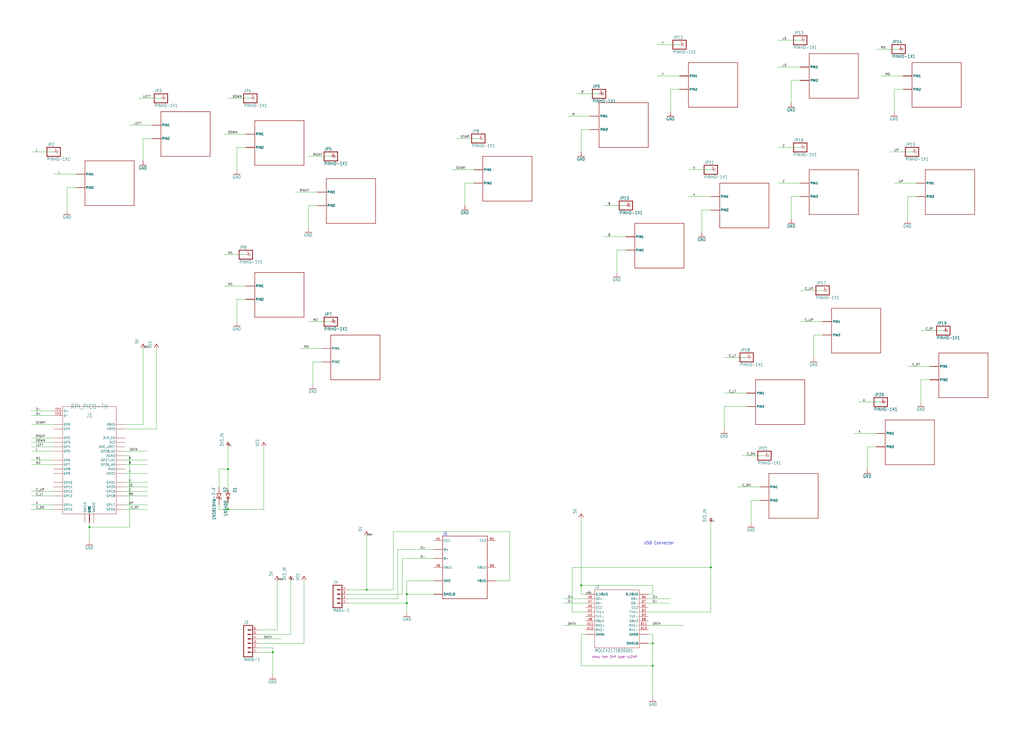
<source format=kicad_sch>
(kicad_sch (version 20211123) (generator eeschema)
  (paper "User" 581.787 422.885)
  (lib_symbols
    (symbol "OF1 v1-eagle-import:+5V" (power)
      (property "Value" "+5V" (at -2.54 -5.08 90))
      (symbol "+5V_1_0"
        (polyline (pts (xy 0 0) (xy -1.27 -1.905)) (stroke (width 0.254)))
        (polyline (pts (xy 1.27 -1.905) (xy 0 0)) (stroke (width 0.254)))
        (pin power_in line (at 0 -2.54 90) (length 2.54) (name "+5V") (number "1"))
      )
    )
    (symbol "OF1 v1-eagle-import:1N5400"
      (property "Reference" "D" (at 2.54 0.4826 0))
      (property "Value" "1N5400" (at 2.54 -2.3114 0))
      (symbol "1N5400_1_0"
        (polyline (pts (xy -1.27 -1.27) (xy 1.27 0)) (stroke (width 0.254)))
        (polyline (pts (xy -1.27 0) (xy -2.54 0)) (stroke (width 0.254)))
        (polyline (pts (xy -1.27 0) (xy -1.27 -1.27)) (stroke (width 0.254)))
        (polyline (pts (xy -1.27 1.27) (xy -1.27 0)) (stroke (width 0.254)))
        (polyline (pts (xy 1.27 0) (xy -1.27 1.27)) (stroke (width 0.254)))
        (polyline (pts (xy 1.27 0) (xy 1.27 -1.27)) (stroke (width 0.254)))
        (polyline (pts (xy 1.27 1.27) (xy 1.27 0)) (stroke (width 0.254)))
        (polyline (pts (xy 2.54 0) (xy 1.27 0)) (stroke (width 0.254)))
        (text "SpiceOrder 1" (at -2.54 0 0) (effects (font (size 0.4064 0.3454))))
        (text "SpiceOrder 2" (at 2.54 0 0) (effects (font (size 0.4064 0.3454))))
        (pin passive line (at -2.54 0 0) (length 0) (name "A") (number "A"))
        (pin passive line (at 2.54 0 180) (length 0) (name "C") (number "C"))
      )
    )
    (symbol "OF1 v1-eagle-import:1N5819HW-7-F"
      (property "Reference" "D" (at -5.08 2.54 0))
      (property "Value" "1N5819HW-7-F" (at -5.08 -3.81 0))
      (symbol "1N5819HW-7-F_1_0"
        (polyline (pts (xy -2.54 0) (xy -1.27 0)) (stroke (width 0.254)))
        (polyline (pts (xy -1.27 -1.27) (xy 1.27 0)) (stroke (width 0.254)))
        (polyline (pts (xy -1.27 0) (xy -1.27 -1.27)) (stroke (width 0.254)))
        (polyline (pts (xy -1.27 1.27) (xy -1.27 0)) (stroke (width 0.254)))
        (polyline (pts (xy 0.635 -1.016) (xy 0.635 -1.27)) (stroke (width 0.254)))
        (polyline (pts (xy 1.27 -1.27) (xy 0.635 -1.27)) (stroke (width 0.254)))
        (polyline (pts (xy 1.27 0) (xy -1.27 1.27)) (stroke (width 0.254)))
        (polyline (pts (xy 1.27 0) (xy 1.27 -1.27)) (stroke (width 0.254)))
        (polyline (pts (xy 1.27 1.27) (xy 1.27 0)) (stroke (width 0.254)))
        (polyline (pts (xy 1.905 1.27) (xy 1.27 1.27)) (stroke (width 0.254)))
        (polyline (pts (xy 1.905 1.27) (xy 1.905 1.016)) (stroke (width 0.254)))
        (polyline (pts (xy 2.54 0) (xy 1.27 0)) (stroke (width 0.254)))
        (pin passive line (at -5.08 0 0) (length 2.54) (name "A") (number "A"))
        (pin passive line (at 5.08 0 180) (length 2.54) (name "K") (number "C"))
      )
    )
    (symbol "OF1 v1-eagle-import:GND" (power)
      (property "Value" "GND" (at -2.54 -2.54 0))
      (symbol "GND_1_0"
        (polyline (pts (xy -1.905 0) (xy 1.905 0)) (stroke (width 0.254)))
        (pin power_in line (at 0 2.54 270) (length 2.54) (name "GND") (number "1"))
      )
    )
    (symbol "OF1 v1-eagle-import:GT-USB-7010ASV"
      (symbol "GT-USB-7010ASV_1_0"
        (polyline (pts (xy -5.08 -22.86) (xy -5.08 12.7)) (stroke (width 0.254)))
        (polyline (pts (xy -5.08 12.7) (xy 20.32 12.7)) (stroke (width 0.254)))
        (polyline (pts (xy 20.32 -22.86) (xy -5.08 -22.86)) (stroke (width 0.254)))
        (polyline (pts (xy 20.32 12.7) (xy 20.32 -22.86)) (stroke (width 0.254)))
        (pin bidirectional line (at -10.16 -12.7 0) (length 5.08) (name "GND") (number "A1/B12"))
        (pin bidirectional line (at 25.4 -12.7 180) (length 5.08) (name "VBUS") (number "A4/B9"))
        (pin bidirectional line (at -10.16 10.16 0) (length 5.08) (name "CC1") (number "A5"))
        (pin bidirectional line (at -10.16 5.08 0) (length 5.08) (name "D+") (number "A6"))
        (pin bidirectional line (at -10.16 0 0) (length 5.08) (name "D-") (number "A7"))
        (pin bidirectional line (at -10.16 -5.08 0) (length 5.08) (name "SBU1") (number "A8"))
        (pin bidirectional line (at -10.16 -12.7 0) (length 5.08) (name "GND") (number "B1/A12"))
        (pin bidirectional line (at 25.4 -12.7 180) (length 5.08) (name "VBUS") (number "B4/A9"))
        (pin bidirectional line (at 25.4 10.16 180) (length 5.08) (name "CC2") (number "B5"))
        (pin bidirectional line (at -10.16 5.08 0) (length 5.08) (name "D+") (number "B6"))
        (pin bidirectional line (at -10.16 0 0) (length 5.08) (name "D-") (number "B7"))
        (pin bidirectional line (at 25.4 -5.08 180) (length 5.08) (name "SBU2") (number "B8"))
        (pin bidirectional line (at -10.16 -20.32 0) (length 5.08) (name "SHIELD") (number "SHIELD1"))
        (pin bidirectional line (at -10.16 -20.32 0) (length 5.08) (name "SHIELD") (number "SHIELD2"))
        (pin bidirectional line (at -10.16 -20.32 0) (length 5.08) (name "SHIELD") (number "SHIELD3"))
        (pin bidirectional line (at -10.16 -20.32 0) (length 5.08) (name "SHIELD") (number "SHIELD4"))
      )
    )
    (symbol "OF1 v1-eagle-import:MA04-1"
      (property "Reference" "SV" (at -1.27 5.842 0))
      (property "Value" "MA04-1" (at -1.27 -10.16 0))
      (symbol "MA04-1_1_0"
        (polyline (pts (xy -1.27 5.08) (xy -1.27 -7.62)) (stroke (width 0.4064)))
        (polyline (pts (xy -1.27 5.08) (xy 3.81 5.08)) (stroke (width 0.4064)))
        (polyline (pts (xy 1.27 -5.08) (xy 2.54 -5.08)) (stroke (width 0.6096)))
        (polyline (pts (xy 1.27 -2.54) (xy 2.54 -2.54)) (stroke (width 0.6096)))
        (polyline (pts (xy 1.27 0) (xy 2.54 0)) (stroke (width 0.6096)))
        (polyline (pts (xy 1.27 2.54) (xy 2.54 2.54)) (stroke (width 0.6096)))
        (polyline (pts (xy 3.81 -7.62) (xy -1.27 -7.62)) (stroke (width 0.4064)))
        (polyline (pts (xy 3.81 -7.62) (xy 3.81 5.08)) (stroke (width 0.4064)))
        (pin passive line (at 7.62 -5.08 180) (length 5.08) (name "1") (number "1"))
        (pin passive line (at 7.62 -2.54 180) (length 5.08) (name "2") (number "2"))
        (pin passive line (at 7.62 0 180) (length 5.08) (name "3") (number "3"))
        (pin passive line (at 7.62 2.54 180) (length 5.08) (name "4") (number "4"))
      )
    )
    (symbol "OF1 v1-eagle-import:MA06-1"
      (property "Reference" "SV" (at -1.27 8.382 0))
      (property "Value" "MA06-1" (at -1.27 -12.7 0))
      (symbol "MA06-1_1_0"
        (polyline (pts (xy -1.27 7.62) (xy -1.27 -10.16)) (stroke (width 0.4064)))
        (polyline (pts (xy -1.27 7.62) (xy 3.81 7.62)) (stroke (width 0.4064)))
        (polyline (pts (xy 1.27 -7.62) (xy 2.54 -7.62)) (stroke (width 0.6096)))
        (polyline (pts (xy 1.27 -5.08) (xy 2.54 -5.08)) (stroke (width 0.6096)))
        (polyline (pts (xy 1.27 -2.54) (xy 2.54 -2.54)) (stroke (width 0.6096)))
        (polyline (pts (xy 1.27 0) (xy 2.54 0)) (stroke (width 0.6096)))
        (polyline (pts (xy 1.27 2.54) (xy 2.54 2.54)) (stroke (width 0.6096)))
        (polyline (pts (xy 1.27 5.08) (xy 2.54 5.08)) (stroke (width 0.6096)))
        (polyline (pts (xy 3.81 -10.16) (xy -1.27 -10.16)) (stroke (width 0.4064)))
        (polyline (pts (xy 3.81 -10.16) (xy 3.81 7.62)) (stroke (width 0.4064)))
        (pin passive line (at 7.62 -7.62 180) (length 5.08) (name "1") (number "1"))
        (pin passive line (at 7.62 -5.08 180) (length 5.08) (name "2") (number "2"))
        (pin passive line (at 7.62 -2.54 180) (length 5.08) (name "3") (number "3"))
        (pin passive line (at 7.62 0 180) (length 5.08) (name "4") (number "4"))
        (pin passive line (at 7.62 2.54 180) (length 5.08) (name "5") (number "5"))
        (pin passive line (at 7.62 5.08 180) (length 5.08) (name "6") (number "6"))
      )
    )
    (symbol "OF1 v1-eagle-import:MOLEX2171830001"
      (property "Value" "MOLEX2171830001" (at -12.7103 -20.3344 0))
      (symbol "MOLEX2171830001_1_0"
        (polyline (pts (xy -12.7 -17.78) (xy 12.7 -17.78)) (stroke (width 0.1524)))
        (polyline (pts (xy -12.7 15.24) (xy -12.7 -17.78)) (stroke (width 0.1524)))
        (polyline (pts (xy 12.7 -17.78) (xy 12.7 15.24)) (stroke (width 0.1524)))
        (polyline (pts (xy 12.7 15.24) (xy -12.7 15.24)) (stroke (width 0.1524)))
        (pin passive line (at -17.78 -10.16 0) (length 5.08) (name "GNDA") (number "A1"))
        (pin passive line (at -17.78 -7.62 0) (length 5.08) (name "RX2-") (number "A10"))
        (pin passive line (at -17.78 -5.08 0) (length 5.08) (name "RX2+") (number "A11"))
        (pin passive line (at -17.78 -10.16 0) (length 5.08) (name "GNDA") (number "A12"))
        (pin passive line (at -17.78 2.54 0) (length 5.08) (name "TX1+") (number "A2"))
        (pin passive line (at -17.78 0 0) (length 5.08) (name "TX1-") (number "A3"))
        (pin passive line (at -17.78 12.7 0) (length 5.08) (name "A_VBUS") (number "A4"))
        (pin passive line (at -17.78 5.08 0) (length 5.08) (name "CC1") (number "A5"))
        (pin passive line (at -17.78 10.16 0) (length 5.08) (name "DA+") (number "A6"))
        (pin passive line (at -17.78 7.62 0) (length 5.08) (name "DA-") (number "A7"))
        (pin passive line (at -17.78 -2.54 0) (length 5.08) (name "SBU1") (number "A8"))
        (pin passive line (at -17.78 12.7 0) (length 5.08) (name "A_VBUS") (number "A9"))
        (pin passive line (at 17.78 -10.16 180) (length 5.08) (name "GNDB") (number "B1"))
        (pin passive line (at 17.78 -7.62 180) (length 5.08) (name "RX1-") (number "B10"))
        (pin passive line (at 17.78 -5.08 180) (length 5.08) (name "RX1+") (number "B11"))
        (pin passive line (at 17.78 -10.16 180) (length 5.08) (name "GNDB") (number "B12"))
        (pin passive line (at 17.78 2.54 180) (length 5.08) (name "TX2+") (number "B2"))
        (pin passive line (at 17.78 0 180) (length 5.08) (name "TX2-") (number "B3"))
        (pin passive line (at 17.78 12.7 180) (length 5.08) (name "B_VBUS") (number "B4"))
        (pin passive line (at 17.78 5.08 180) (length 5.08) (name "CC2") (number "B5"))
        (pin passive line (at 17.78 10.16 180) (length 5.08) (name "DB+") (number "B6"))
        (pin passive line (at 17.78 7.62 180) (length 5.08) (name "DB-") (number "B7"))
        (pin passive line (at 17.78 -2.54 180) (length 5.08) (name "SBU2") (number "B8"))
        (pin passive line (at 17.78 12.7 180) (length 5.08) (name "B_VBUS") (number "B9"))
        (pin passive line (at 17.78 -15.24 180) (length 5.08) (name "SHIELD") (number "SHIELD1"))
        (pin passive line (at 17.78 -15.24 180) (length 5.08) (name "SHIELD") (number "SHIELD2"))
        (pin passive line (at 17.78 -15.24 180) (length 5.08) (name "SHIELD") (number "SHIELD3"))
        (pin passive line (at 17.78 -15.24 180) (length 5.08) (name "SHIELD") (number "SHIELD4"))
      )
    )
    (symbol "OF1 v1-eagle-import:MX-B"
      (symbol "MX-B_1_0"
        (polyline (pts (xy -78.74 -2.54) (xy -78.74 22.86)) (stroke (width 0.254)))
        (polyline (pts (xy -78.74 22.86) (xy -50.8 22.86)) (stroke (width 0.254)))
        (polyline (pts (xy -50.8 -2.54) (xy -78.74 -2.54)) (stroke (width 0.254)))
        (polyline (pts (xy -50.8 22.86) (xy -50.8 -2.54)) (stroke (width 0.254)))
        (pin bidirectional line (at -83.82 7.62 0) (length 5.08) (name "PIN2") (number "P$1"))
        (pin bidirectional line (at -83.82 15.24 0) (length 5.08) (name "PIN1") (number "P$2"))
        (pin bidirectional line (at -83.82 15.24 0) (length 5.08) (name "PIN1") (number "P$3"))
        (pin bidirectional line (at -83.82 7.62 0) (length 5.08) (name "PIN2") (number "P$4"))
      )
    )
    (symbol "OF1 v1-eagle-import:PINHD-1X1"
      (property "Reference" "JP" (at -6.35 3.175 0))
      (property "Value" "PINHD-1X1" (at -6.35 -5.08 0))
      (symbol "PINHD-1X1_1_0"
        (polyline (pts (xy -6.35 -2.54) (xy 1.27 -2.54)) (stroke (width 0.4064)))
        (polyline (pts (xy -6.35 2.54) (xy -6.35 -2.54)) (stroke (width 0.4064)))
        (polyline (pts (xy 1.27 -2.54) (xy 1.27 2.54)) (stroke (width 0.4064)))
        (polyline (pts (xy 1.27 2.54) (xy -6.35 2.54)) (stroke (width 0.4064)))
        (pin passive inverted (at -2.54 0 0) (length 2.54) (name "1") (number "1"))
      )
    )
    (symbol "OF1 v1-eagle-import:RPI_PICO-TH"
      (property "Value" "RPI_PICO-TH" (at 0 43.18 0))
      (symbol "RPI_PICO-TH_1_0"
        (polyline (pts (xy -15.24 -25.4) (xy 15.24 -25.4)) (stroke (width 0.1524)))
        (polyline (pts (xy -15.24 35.56) (xy -15.24 -25.4)) (stroke (width 0.1524)))
        (polyline (pts (xy 15.24 -25.4) (xy 15.24 35.56)) (stroke (width 0.1524)))
        (polyline (pts (xy 15.24 35.56) (xy -15.24 35.56)) (stroke (width 0.1524)))
        (pin bidirectional line (at 20.32 15.24 180) (length 5.08) (name "3V3") (number "3V3"))
        (pin bidirectional line (at 20.32 17.78 180) (length 5.08) (name "3V3_EN") (number "3V3_EN"))
        (pin bidirectional line (at 20.32 12.7 180) (length 5.08) (name "ADC_VREF") (number "ADC_VREF"))
        (pin bidirectional line (at 20.32 7.62 180) (length 5.08) (name "AGND") (number "AGND"))
        (pin bidirectional line (at 0 -30.48 90) (length 5.08) (name "GND") (number "GND@1"))
        (pin bidirectional line (at 0 -30.48 90) (length 5.08) (name "GND") (number "GND@2"))
        (pin bidirectional line (at 0 -30.48 90) (length 5.08) (name "GND") (number "GND@3"))
        (pin bidirectional line (at 0 -30.48 90) (length 5.08) (name "GND") (number "GND@4"))
        (pin bidirectional line (at 0 -30.48 90) (length 5.08) (name "GND") (number "GND@5"))
        (pin bidirectional line (at 0 -30.48 90) (length 5.08) (name "GND") (number "GND@6"))
        (pin bidirectional line (at 0 -30.48 90) (length 5.08) (name "GND") (number "GND@7"))
        (pin bidirectional line (at 0 -30.48 90) (length 5.08) (name "GND") (number "GND@8"))
        (pin bidirectional line (at -20.32 25.4 0) (length 5.08) (name "GP0") (number "GP0"))
        (pin bidirectional line (at -20.32 22.86 0) (length 5.08) (name "GP1") (number "GP1"))
        (pin bidirectional line (at -20.32 -7.62 0) (length 5.08) (name "GP10") (number "GP10"))
        (pin bidirectional line (at -20.32 -10.16 0) (length 5.08) (name "GP11") (number "GP11"))
        (pin bidirectional line (at -20.32 -12.7 0) (length 5.08) (name "GP12") (number "GP12"))
        (pin bidirectional line (at -20.32 -15.24 0) (length 5.08) (name "GP13") (number "GP13"))
        (pin bidirectional line (at -20.32 -20.32 0) (length 5.08) (name "GP14") (number "GP14"))
        (pin bidirectional line (at -20.32 -22.86 0) (length 5.08) (name "GP15") (number "GP15"))
        (pin bidirectional line (at 20.32 -22.86 180) (length 5.08) (name "GP16") (number "GP16"))
        (pin bidirectional line (at 20.32 -20.32 180) (length 5.08) (name "GP17") (number "GP17"))
        (pin bidirectional line (at 20.32 -15.24 180) (length 5.08) (name "GP18") (number "GP18"))
        (pin bidirectional line (at 20.32 -12.7 180) (length 5.08) (name "GP19") (number "GP19"))
        (pin bidirectional line (at -20.32 17.78 0) (length 5.08) (name "GP2") (number "GP2"))
        (pin bidirectional line (at 20.32 -10.16 180) (length 5.08) (name "GP20") (number "GP20"))
        (pin bidirectional line (at 20.32 -7.62 180) (length 5.08) (name "GP21") (number "GP21"))
        (pin bidirectional line (at 20.32 -2.54 180) (length 5.08) (name "GP22") (number "GP22"))
        (pin bidirectional line (at 20.32 2.54 180) (length 5.08) (name "GP26_A0") (number "GP26_A0"))
        (pin bidirectional line (at 20.32 5.08 180) (length 5.08) (name "GP27_A1") (number "GP27_A1"))
        (pin bidirectional line (at 20.32 10.16 180) (length 5.08) (name "GP28_A2") (number "GP28_A2"))
        (pin bidirectional line (at -20.32 15.24 0) (length 5.08) (name "GP3") (number "GP3"))
        (pin bidirectional line (at -20.32 12.7 0) (length 5.08) (name "GP4") (number "GP4"))
        (pin bidirectional line (at -20.32 10.16 0) (length 5.08) (name "GP5") (number "GP5"))
        (pin bidirectional line (at -20.32 5.08 0) (length 5.08) (name "GP6") (number "GP6"))
        (pin bidirectional line (at -20.32 2.54 0) (length 5.08) (name "GP7") (number "GP7"))
        (pin bidirectional line (at -20.32 0 0) (length 5.08) (name "GP8") (number "GP8"))
        (pin bidirectional line (at -20.32 -2.54 0) (length 5.08) (name "GP9") (number "GP9"))
        (pin bidirectional line (at 20.32 0 180) (length 5.08) (name "RUN") (number "RUN"))
        (pin bidirectional line (at -2.54 -30.48 90) (length 5.08) (name "SWCLK") (number "SWCLK"))
        (pin bidirectional line (at 2.54 -30.48 90) (length 5.08) (name "SWDIO") (number "SWDIO"))
        (pin bidirectional line (at -20.32 33.02 0) (length 5.08) (name "D+") (number "TP2"))
        (pin bidirectional line (at -20.32 30.48 0) (length 5.08) (name "D-") (number "TP3"))
        (pin bidirectional line (at 20.32 25.4 180) (length 5.08) (name "VBUS") (number "VBUS"))
        (pin bidirectional line (at 20.32 22.86 180) (length 5.08) (name "VSYS") (number "VSYS"))
      )
    )
    (symbol "OF1 v1-eagle-import:V+" (power)
      (property "Value" "V+" (at -2.54 -2.54 90))
      (symbol "V+_1_0"
        (polyline (pts (xy -0.889 -1.27) (xy 0.889 -1.27)) (stroke (width 0.254)))
        (polyline (pts (xy 0 0.127) (xy -0.889 -1.27)) (stroke (width 0.254)))
        (polyline (pts (xy 0.889 -1.27) (xy 0 0.127)) (stroke (width 0.254)))
        (pin power_in line (at 0 -2.54 90) (length 2.54) (name "V+") (number "1"))
      )
    )
    (symbol "OF1 v1-eagle-import:VCC" (power)
      (property "Value" "VCC" (at -2.54 -2.54 90))
      (symbol "VCC_1_0"
        (polyline (pts (xy 0 0) (xy -1.27 -1.905)) (stroke (width 0.254)))
        (polyline (pts (xy 1.27 -1.905) (xy 0 0)) (stroke (width 0.254)))
        (pin power_in line (at 0 -2.54 90) (length 2.54) (name "VCC") (number "1"))
      )
    )
  )
  (junction (at 403.86 322.58))
  (junction (at 231.14 337.82))
  (junction (at 370.84 378.46))
  (junction (at 129.54 266.7))
  (junction (at 129.54 289.56))
  (junction (at 330.2 332.74))
  (junction (at 50.8 299.72))
  (junction (at 370.84 365.76))
  (junction (at 154.94 370.84))
  (junction (at 208.28 335.28))
  (junction (at 231.14 342.9))
  (wire (pts (xy 370.84 360.68) (xy 370.84 365.76)))
  (wire (pts (xy 454.66 104.14) (xy 441.96 104.14)))
  (wire (pts (xy 513.08 50.8) (xy 508 50.8)))
  (wire (pts (xy 81.28 78.74) (xy 81.28 91.44)))
  (wire (pts (xy 325.12 347.98) (xy 332.74 347.98)))
  (wire (pts (xy 182.88 205.74) (xy 177.8 205.74)))
  (wire (pts (xy 139.7 170.18) (xy 134.62 170.18)))
  (wire (pts (xy 246.38 337.82) (xy 231.14 337.82)))
  (wire (pts (xy 355.6 116.84) (xy 342.9 116.84)))
  (wire (pts (xy 520.7 111.76) (xy 515.62 111.76)))
  (wire (pts (xy 38.1 106.68) (xy 38.1 119.38)))
  (wire (pts (xy 424.18 231.14) (xy 411.48 231.14)))
  (wire (pts (xy 223.52 302.26) (xy 289.56 302.26)))
  (wire (pts (xy 370.84 332.74) (xy 370.84 337.82)))
  (wire (pts (xy 449.58 45.72) (xy 449.58 58.42)))
  (wire (pts (xy 231.14 330.2) (xy 246.38 330.2)))
  (wire (pts (xy 454.66 111.76) (xy 449.58 111.76)))
  (wire (pts (xy 154.94 370.84) (xy 154.94 383.54)))
  (wire (pts (xy 165.1 360.68) (xy 147.32 360.68)))
  (wire (pts (xy 370.84 337.82) (xy 368.3 337.82)))
  (wire (pts (xy 320.04 340.36) (xy 332.74 340.36)))
  (wire (pts (xy 289.56 302.26) (xy 289.56 330.2)))
  (wire (pts (xy 182.88 198.12) (xy 170.18 198.12)))
  (wire (pts (xy 129.54 289.56) (xy 124.46 289.56)))
  (wire (pts (xy 289.56 330.2) (xy 281.94 330.2)))
  (wire (pts (xy 147.32 363.22) (xy 160.02 363.22)))
  (wire (pts (xy 368.3 340.36) (xy 381 340.36)))
  (wire (pts (xy 142.24 55.88) (xy 129.54 55.88)))
  (wire (pts (xy 403.86 119.38) (xy 398.78 119.38)))
  (wire (pts (xy 43.18 99.06) (xy 30.48 99.06)))
  (wire (pts (xy 154.94 368.3) (xy 154.94 370.84)))
  (wire (pts (xy 30.48 281.94) (xy 17.78 281.94)))
  (wire (pts (xy 368.3 342.9) (xy 381 342.9)))
  (wire (pts (xy 492.76 254) (xy 492.76 266.7)))
  (wire (pts (xy 269.24 104.14) (xy 264.16 104.14)))
  (wire (pts (xy 403.86 297.18) (xy 403.86 322.58)))
  (wire (pts (xy 175.26 116.84) (xy 175.26 129.54)))
  (wire (pts (xy 350.52 142.24) (xy 350.52 154.94)))
  (wire (pts (xy 398.78 119.38) (xy 398.78 132.08)))
  (wire (pts (xy 30.48 248.92) (xy 17.78 248.92)))
  (wire (pts (xy 228.6 317.5) (xy 246.38 317.5)))
  (wire (pts (xy 177.8 205.74) (xy 177.8 218.44)))
  (wire (pts (xy 30.48 251.46) (xy 17.78 251.46)))
  (wire (pts (xy 424.18 203.2) (xy 411.48 203.2)))
  (wire (pts (xy 381 50.8) (xy 381 63.5)))
  (wire (pts (xy 454.66 45.72) (xy 449.58 45.72)))
  (wire (pts (xy 226.06 340.36) (xy 198.12 340.36)))
  (wire (pts (xy 467.36 165.1) (xy 454.66 165.1)))
  (wire (pts (xy 83.82 276.86) (xy 71.12 276.86)))
  (wire (pts (xy 497.84 246.38) (xy 485.14 246.38)))
  (wire (pts (xy 403.86 111.76) (xy 391.16 111.76)))
  (wire (pts (xy 355.6 134.62) (xy 342.9 134.62)))
  (wire (pts (xy 81.28 198.12) (xy 81.28 241.3)))
  (wire (pts (xy 124.46 289.56) (xy 124.46 287.02)))
  (wire (pts (xy 180.34 109.22) (xy 167.64 109.22)))
  (wire (pts (xy 320.04 342.9) (xy 332.74 342.9)))
  (wire (pts (xy 73.66 259.08) (xy 73.66 299.72)))
  (wire (pts (xy 134.62 170.18) (xy 134.62 182.88)))
  (wire (pts (xy 50.8 297.18) (xy 50.8 299.72)))
  (wire (pts (xy 208.28 335.28) (xy 223.52 335.28)))
  (wire (pts (xy 165.1 330.2) (xy 165.1 360.68)))
  (wire (pts (xy 426.72 284.48) (xy 426.72 297.18)))
  (wire (pts (xy 88.9 243.84) (xy 71.12 243.84)))
  (wire (pts (xy 325.12 322.58) (xy 325.12 347.98)))
  (wire (pts (xy 50.8 299.72) (xy 50.8 307.34)))
  (wire (pts (xy 124.46 266.7) (xy 124.46 276.86)))
  (wire (pts (xy 449.58 111.76) (xy 449.58 124.46)))
  (wire (pts (xy 431.8 284.48) (xy 426.72 284.48)))
  (wire (pts (xy 30.48 241.3) (xy 17.78 241.3)))
  (wire (pts (xy 86.36 78.74) (xy 81.28 78.74)))
  (wire (pts (xy 355.6 142.24) (xy 350.52 142.24)))
  (wire (pts (xy 147.32 370.84) (xy 154.94 370.84)))
  (wire (pts (xy 226.06 312.42) (xy 246.38 312.42)))
  (wire (pts (xy 515.62 111.76) (xy 515.62 124.46)))
  (wire (pts (xy 518.16 86.36) (xy 505.46 86.36)))
  (wire (pts (xy 332.74 360.68) (xy 330.2 360.68)))
  (wire (pts (xy 271.78 78.74) (xy 259.08 78.74)))
  (wire (pts (xy 172.72 330.2) (xy 172.72 365.76)))
  (wire (pts (xy 83.82 279.4) (xy 71.12 279.4)))
  (wire (pts (xy 30.48 287.02) (xy 17.78 287.02)))
  (wire (pts (xy 228.6 337.82) (xy 198.12 337.82)))
  (wire (pts (xy 187.96 182.88) (xy 175.26 182.88)))
  (wire (pts (xy 129.54 266.7) (xy 129.54 279.4)))
  (wire (pts (xy 83.82 274.32) (xy 71.12 274.32)))
  (wire (pts (xy 510.54 27.94) (xy 497.84 27.94)))
  (wire (pts (xy 330.2 294.64) (xy 330.2 332.74)))
  (wire (pts (xy 454.66 83.82) (xy 441.96 83.82)))
  (wire (pts (xy 528.32 208.28) (xy 515.62 208.28)))
  (wire (pts (xy 226.06 340.36) (xy 226.06 312.42)))
  (wire (pts (xy 30.48 289.56) (xy 17.78 289.56)))
  (wire (pts (xy 231.14 342.9) (xy 198.12 342.9)))
  (wire (pts (xy 88.9 198.12) (xy 88.9 243.84)))
  (wire (pts (xy 83.82 261.62) (xy 71.12 261.62)))
  (wire (pts (xy 30.48 86.36) (xy 17.78 86.36)))
  (wire (pts (xy 368.3 355.6) (xy 388.62 355.6)))
  (wire (pts (xy 71.12 259.08) (xy 73.66 259.08)))
  (wire (pts (xy 424.18 223.52) (xy 411.48 223.52)))
  (wire (pts (xy 386.08 25.4) (xy 373.38 25.4)))
  (wire (pts (xy 71.12 256.54) (xy 83.82 256.54)))
  (wire (pts (xy 91.44 55.88) (xy 78.74 55.88)))
  (wire (pts (xy 157.48 358.14) (xy 147.32 358.14)))
  (wire (pts (xy 340.36 53.34) (xy 327.66 53.34)))
  (wire (pts (xy 332.74 337.82) (xy 330.2 337.82)))
  (wire (pts (xy 434.34 259.08) (xy 421.64 259.08)))
  (wire (pts (xy 139.7 162.56) (xy 127 162.56)))
  (wire (pts (xy 30.48 264.16) (xy 17.78 264.16)))
  (wire (pts (xy 368.3 365.76) (xy 370.84 365.76)))
  (wire (pts (xy 83.82 281.94) (xy 71.12 281.94)))
  (wire (pts (xy 129.54 289.56) (xy 149.86 289.56)))
  (wire (pts (xy 129.54 254) (xy 129.54 266.7)))
  (wire (pts (xy 231.14 342.9) (xy 231.14 347.98)))
  (wire (pts (xy 83.82 269.24) (xy 71.12 269.24)))
  (wire (pts (xy 403.86 96.52) (xy 391.16 96.52)))
  (wire (pts (xy 386.08 50.8) (xy 381 50.8)))
  (wire (pts (xy 147.32 368.3) (xy 154.94 368.3)))
  (wire (pts (xy 335.28 73.66) (xy 330.2 73.66)))
  (wire (pts (xy 223.52 335.28) (xy 223.52 302.26)))
  (wire (pts (xy 467.36 190.5) (xy 462.28 190.5)))
  (wire (pts (xy 129.54 266.7) (xy 124.46 266.7)))
  (wire (pts (xy 30.48 236.22) (xy 17.78 236.22)))
  (wire (pts (xy 500.38 228.6) (xy 487.68 228.6)))
  (wire (pts (xy 330.2 332.74) (xy 370.84 332.74)))
  (wire (pts (xy 30.48 256.54) (xy 17.78 256.54)))
  (wire (pts (xy 264.16 104.14) (xy 264.16 116.84)))
  (wire (pts (xy 403.86 322.58) (xy 325.12 322.58)))
  (wire (pts (xy 403.86 322.58) (xy 403.86 347.98)))
  (wire (pts (xy 149.86 254) (xy 149.86 289.56)))
  (wire (pts (xy 228.6 317.5) (xy 228.6 337.82)))
  (wire (pts (xy 43.18 106.68) (xy 38.1 106.68)))
  (wire (pts (xy 83.82 264.16) (xy 71.12 264.16)))
  (wire (pts (xy 139.7 144.78) (xy 127 144.78)))
  (wire (pts (xy 157.48 330.2) (xy 157.48 358.14)))
  (wire (pts (xy 172.72 365.76) (xy 147.32 365.76)))
  (wire (pts (xy 139.7 83.82) (xy 134.62 83.82)))
  (wire (pts (xy 508 50.8) (xy 508 63.5)))
  (wire (pts (xy 431.8 276.86) (xy 419.1 276.86)))
  (wire (pts (xy 454.66 38.1) (xy 441.96 38.1)))
  (wire (pts (xy 83.82 287.02) (xy 71.12 287.02)))
  (wire (pts (xy 368.3 360.68) (xy 370.84 360.68)))
  (wire (pts (xy 523.24 215.9) (xy 523.24 228.6)))
  (wire (pts (xy 30.48 233.68) (xy 17.78 233.68)))
  (wire (pts (xy 330.2 360.68) (xy 330.2 378.46)))
  (wire (pts (xy 139.7 76.2) (xy 127 76.2)))
  (wire (pts (xy 370.84 365.76) (xy 370.84 378.46)))
  (wire (pts (xy 462.28 190.5) (xy 462.28 203.2)))
  (wire (pts (xy 528.32 215.9) (xy 523.24 215.9)))
  (wire (pts (xy 30.48 279.4) (xy 17.78 279.4)))
  (wire (pts (xy 81.28 241.3) (xy 71.12 241.3)))
  (wire (pts (xy 231.14 330.2) (xy 231.14 337.82)))
  (wire (pts (xy 129.54 284.48) (xy 129.54 289.56)))
  (wire (pts (xy 467.36 182.88) (xy 454.66 182.88)))
  (wire (pts (xy 269.24 96.52) (xy 256.54 96.52)))
  (wire (pts (xy 535.94 187.96) (xy 523.24 187.96)))
  (wire (pts (xy 208.28 304.8) (xy 208.28 335.28)))
  (wire (pts (xy 71.12 289.56) (xy 83.82 289.56)))
  (wire (pts (xy 208.28 335.28) (xy 198.12 335.28)))
  (wire (pts (xy 403.86 347.98) (xy 368.3 347.98)))
  (wire (pts (xy 520.7 104.14) (xy 508 104.14)))
  (wire (pts (xy 320.04 355.6) (xy 332.74 355.6)))
  (wire (pts (xy 411.48 231.14) (xy 411.48 243.84)))
  (wire (pts (xy 231.14 337.82) (xy 231.14 342.9)))
  (wire (pts (xy 134.62 83.82) (xy 134.62 96.52)))
  (wire (pts (xy 86.36 71.12) (xy 73.66 71.12)))
  (wire (pts (xy 330.2 337.82) (xy 330.2 332.74)))
  (wire (pts (xy 335.28 66.04) (xy 322.58 66.04)))
  (wire (pts (xy 187.96 88.9) (xy 175.26 88.9)))
  (wire (pts (xy 370.84 378.46) (xy 370.84 396.24)))
  (wire (pts (xy 30.48 261.62) (xy 17.78 261.62)))
  (wire (pts (xy 513.08 43.18) (xy 500.38 43.18)))
  (wire (pts (xy 454.66 22.86) (xy 441.96 22.86)))
  (wire (pts (xy 497.84 254) (xy 492.76 254)))
  (wire (pts (xy 180.34 116.84) (xy 175.26 116.84)))
  (wire (pts (xy 330.2 73.66) (xy 330.2 86.36)))
  (wire (pts (xy 73.66 299.72) (xy 50.8 299.72)))
  (wire (pts (xy 330.2 378.46) (xy 370.84 378.46)))
  (wire (pts (xy 30.48 254) (xy 17.78 254)))
  (wire (pts (xy 386.08 43.18) (xy 373.38 43.18)))
  (text "J5" (at 251.46 304.8 180) (effects (font (size 1.778 1.5113)) (justify left bottom)))
  (text "USB Connector" (at 365.76 309.88 180) (effects (font (size 1.778 1.5113)) (justify left bottom)))
  (label "LEFT" (at 20.32 254 0) (effects (font (size 1.2446 1.2446))))
  (label "START" (at 261.62 78.74 0) (effects (font (size 1.2446 1.2446))))
  (label "R" (at 73.025 261.62 0) (effects (font (size 1.2446 1.2446))))
  (label "START" (at 20.32 241.3 0) (effects (font (size 1.2446 1.2446))))
  (label "D+" (at 322.58 340.36 0) (effects (font (size 1.2446 1.2446))))
  (label "M2" (at 172.72 198.12 0) (effects (font (size 1.2446 1.2446))))
  (label "LEFT" (at 76.2 71.12 0) (effects (font (size 1.2446 1.2446))))
  (label "C_DN" (at 424.18 259.08 0) (effects (font (size 1.2446 1.2446))))
  (label "C_UP" (at 457.2 182.88 0) (effects (font (size 1.2446 1.2446))))
  (label "DOWN" (at 20.32 251.46 0) (effects (font (size 1.2446 1.2446))))
  (label "DOWN" (at 129.54 76.2 0) (effects (font (size 1.2446 1.2446))))
  (label "L" (at 20.32 86.36 0) (effects (font (size 1.2446 1.2446))))
  (label "D-" (at 322.58 342.9 0) (effects (font (size 1.2446 1.2446))))
  (label "B" (at 345.44 134.62 0) (effects (font (size 1.2446 1.2446))))
  (label "DATA" (at 149.86 363.22 0) (effects (font (size 1.2446 1.2446))))
  (label "M2" (at 20.32 264.16 0) (effects (font (size 1.2446 1.2446))))
  (label "+5V" (at 81.28 198.12 0) (effects (font (size 1.016 1.016))))
  (label "Y" (at 375.92 25.4 0) (effects (font (size 1.2446 1.2446))))
  (label "DATA" (at 370.84 355.6 0) (effects (font (size 1.2446 1.2446))))
  (label "C_LT" (at 414.02 223.52 0) (effects (font (size 1.2446 1.2446))))
  (label "M1" (at 20.32 261.62 0) (effects (font (size 1.2446 1.2446))))
  (label "B" (at 73.025 264.16 0) (effects (font (size 1.2446 1.2446))))
  (label "D-" (at 238.76 317.5 0) (effects (font (size 1.2446 1.2446))))
  (label "C_LT" (at 20.32 281.94 0) (effects (font (size 1.2446 1.2446))))
  (label "X" (at 73.025 274.32 0) (effects (font (size 1.2446 1.2446))))
  (label "MS" (at 73.025 281.94 0) (effects (font (size 1.2446 1.2446))))
  (label "Z" (at 73.025 279.4 0) (effects (font (size 1.2446 1.2446))))
  (label "C_UP" (at 20.32 279.4 0) (effects (font (size 1.2446 1.2446))))
  (label "DATA" (at 322.58 355.6 0) (effects (font (size 1.2446 1.2446))))
  (label "+5V" (at 332.74 337.82 0) (effects (font (size 1.016 1.016))))
  (label "UP" (at 510.54 104.14 0) (effects (font (size 1.2446 1.2446))))
  (label "X" (at 393.7 111.76 0) (effects (font (size 1.2446 1.2446))))
  (label "D+" (at 238.76 312.42 0) (effects (font (size 1.2446 1.2446))))
  (label "M1" (at 129.54 144.78 0) (effects (font (size 1.2446 1.2446))))
  (label "X" (at 393.7 96.52 0) (effects (font (size 1.2446 1.2446))))
  (label "R" (at 330.2 53.34 0) (effects (font (size 1.2446 1.2446))))
  (label "A" (at 20.32 287.02 0) (effects (font (size 1.2446 1.2446))))
  (label "LEFT" (at 81.28 55.88 0) (effects (font (size 1.2446 1.2446))))
  (label "M1" (at 129.54 162.56 0) (effects (font (size 1.2446 1.2446))))
  (label "C_RT" (at 518.16 208.28 0) (effects (font (size 1.2446 1.2446))))
  (label "LS" (at 73.025 276.86 0) (effects (font (size 1.2446 1.2446))))
  (label "+5V" (at 157.48 330.2 0) (effects (font (size 1.016 1.016))))
  (label "D-" (at 370.84 342.9 0) (effects (font (size 1.2446 1.2446))))
  (label "LS" (at 444.5 38.1 0) (effects (font (size 1.2446 1.2446))))
  (label "D+" (at 370.84 340.36 0) (effects (font (size 1.2446 1.2446))))
  (label "C_UP" (at 457.2 165.1 0) (effects (font (size 1.2446 1.2446))))
  (label "R" (at 325.12 66.04 0) (effects (font (size 1.2446 1.2446))))
  (label "C_DN" (at 20.32 289.56 0) (effects (font (size 1.2446 1.2446))))
  (label "Z" (at 444.5 83.82 0) (effects (font (size 1.2446 1.2446))))
  (label "C_DN" (at 421.64 276.86 0) (effects (font (size 1.2446 1.2446))))
  (label "C_RT" (at 525.78 187.96 0) (effects (font (size 1.2446 1.2446))))
  (label "Y" (at 73.025 269.24 0) (effects (font (size 1.2446 1.2446))))
  (label "DOWN" (at 132.08 55.88 0) (effects (font (size 1.2446 1.2446))))
  (label "RIGHT" (at 170.18 109.22 0) (effects (font (size 1.2446 1.2446))))
  (label "V+" (at 165.1 330.2 0) (effects (font (size 1.016 1.016))))
  (label "RIGHT" (at 177.8 88.9 0) (effects (font (size 1.2446 1.2446))))
  (label "B" (at 345.44 116.84 0) (effects (font (size 1.2446 1.2446))))
  (label "L" (at 20.32 256.54 0) (effects (font (size 1.2446 1.2446))))
  (label "START" (at 259.08 96.52 0) (effects (font (size 1.2446 1.2446))))
  (label "V+" (at 129.54 254 0) (effects (font (size 1.016 1.016))))
  (label "A" (at 487.68 246.38 0) (effects (font (size 1.2446 1.2446))))
  (label "C_LT" (at 414.02 203.2 0) (effects (font (size 1.2446 1.2446))))
  (label "V+" (at 403.86 297.18 0) (effects (font (size 1.016 1.016))))
  (label "C_RT" (at 74.295 289.56 0) (effects (font (size 1.2446 1.2446))))
  (label "RIGHT" (at 20.32 248.92 0) (effects (font (size 1.2446 1.2446))))
  (label "Z" (at 444.5 104.14 0) (effects (font (size 1.2446 1.2446))))
  (label "L" (at 33.02 99.06 0) (effects (font (size 1.2446 1.2446))))
  (label "UP" (at 73.025 287.02 0) (effects (font (size 1.2446 1.2446))))
  (label "D+" (at 20.32 236.22 0) (effects (font (size 1.2446 1.2446))))
  (label "Y" (at 375.92 43.18 0) (effects (font (size 1.2446 1.2446))))
  (label "MS" (at 500.38 27.94 0) (effects (font (size 1.2446 1.2446))))
  (label "LS" (at 444.5 22.86 0) (effects (font (size 1.2446 1.2446))))
  (label "D-" (at 20.32 233.68 0) (effects (font (size 1.2446 1.2446))))
  (label "DATA" (at 73.66 256.54 0) (effects (font (size 1.2446 1.2446))))
  (label "+5V" (at 208.28 304.8 0) (effects (font (size 1.016 1.016))))
  (label "UP" (at 508 86.36 0) (effects (font (size 1.2446 1.2446))))
  (label "A" (at 490.22 228.6 0) (effects (font (size 1.2446 1.2446))))
  (label "M2" (at 177.8 182.88 0) (effects (font (size 1.2446 1.2446))))
  (label "MS" (at 502.92 43.18 0) (effects (font (size 1.2446 1.2446))))
  (symbol (lib_id "OF1 v1-eagle-import:V+") (at 129.54 251.46 0) (unit 1)
    (property "Reference" "#P+03" (effects hide))
    (property "Value" "3V3_IN" (at 127 254 90) (effects (font (size 1.778 1.5113)) (justify left bottom)))
    (property "Footprint" "OF1 v1:" (effects hide))
  )
  (symbol (lib_id "OF1 v1-eagle-import:PINHD-1X1") (at 142.24 144.78 0) (unit 1)
    (property "Reference" "JP6" (at 135.89 141.605 0) (effects (font (size 1.778 1.5113)) (justify left bottom)))
    (property "Value" "PINHD-1X1" (at 135.89 149.86 0) (effects (font (size 1.778 1.5113)) (justify left bottom)))
    (property "Footprint" "OF1 v1:1X01" (effects hide))
  )
  (symbol (lib_id "OF1 v1-eagle-import:1N5400") (at 129.54 281.94 270) (unit 1)
    (property "Reference" "D1" (at 132.5626 276.86 0) (effects (font (size 1.778 1.5113)) (justify left bottom)))
    (property "Value" "1N5400" (at 127.2286 284.48 0) (effects (font (size 1.778 1.5113)) (justify left bottom)))
    (property "Footprint" "OF1 v1:DO201-15" (effects hide))
  )
  (symbol (lib_id "OF1 v1-eagle-import:PINHD-1X1") (at 457.2 83.82 0) (unit 1)
    (property "Reference" "JP16" (at 450.85 80.645 0) (effects (font (size 1.778 1.5113)) (justify left bottom)))
    (property "Value" "PINHD-1X1" (at 450.85 88.9 0) (effects (font (size 1.778 1.5113)) (justify left bottom)))
    (property "Footprint" "OF1 v1:1X01" (effects hide))
  )
  (symbol (lib_id "OF1 v1-eagle-import:PINHD-1X1") (at 274.32 78.74 0) (unit 1)
    (property "Reference" "JP8" (at 267.97 75.565 0) (effects (font (size 1.778 1.5113)) (justify left bottom)))
    (property "Value" "PINHD-1X1" (at 267.97 83.82 0) (effects (font (size 1.778 1.5113)) (justify left bottom)))
    (property "Footprint" "OF1 v1:1X01" (effects hide))
  )
  (symbol (lib_id "OF1 v1-eagle-import:GND") (at 426.72 299.72 0) (unit 1)
    (property "Reference" "#GND028" (effects hide))
    (property "Value" "GND" (at 424.18 302.26 0) (effects (font (size 1.778 1.5113)) (justify left bottom)))
    (property "Footprint" "OF1 v1:" (effects hide))
  )
  (symbol (lib_id "OF1 v1-eagle-import:PINHD-1X1") (at 502.92 228.6 0) (unit 1)
    (property "Reference" "JP20" (at 496.57 225.425 0) (effects (font (size 1.778 1.5113)) (justify left bottom)))
    (property "Value" "PINHD-1X1" (at 496.57 233.68 0) (effects (font (size 1.778 1.5113)) (justify left bottom)))
    (property "Footprint" "OF1 v1:1X01" (effects hide))
  )
  (symbol (lib_id "OF1 v1-eagle-import:GND") (at 370.84 398.78 0) (mirror y) (unit 1)
    (property "Reference" "#GND034" (effects hide))
    (property "Value" "GND" (at 373.38 401.32 0) (effects (font (size 1.778 1.5113)) (justify left bottom)))
    (property "Footprint" "OF1 v1:" (effects hide))
  )
  (symbol (lib_id "OF1 v1-eagle-import:GND") (at 231.14 350.52 0) (mirror y) (unit 1)
    (property "Reference" "#GND02" (effects hide))
    (property "Value" "GND" (at 233.68 353.06 0) (effects (font (size 1.778 1.5113)) (justify left bottom)))
    (property "Footprint" "OF1 v1:" (effects hide))
  )
  (symbol (lib_id "OF1 v1-eagle-import:MX-B") (at 487.68 127 0) (unit 1)
    (property "Reference" "U$14" (effects hide))
    (property "Value" "MX-B" (effects hide))
    (property "Footprint" "OF1 v1:MX-BOTH" (effects hide))
  )
  (symbol (lib_id "OF1 v1-eagle-import:MX-B") (at 223.52 91.44 0) (unit 1)
    (property "Reference" "U$4" (effects hide))
    (property "Value" "MX-B" (effects hide))
    (property "Footprint" "OF1 v1:MX-BOTH" (effects hide))
  )
  (symbol (lib_id "OF1 v1-eagle-import:VCC") (at 88.9 195.58 0) (unit 1)
    (property "Reference" "#P+08" (effects hide))
    (property "Value" "VCC" (at 86.36 198.12 90) (effects (font (size 1.778 1.5113)) (justify left bottom)))
    (property "Footprint" "OF1 v1:" (effects hide))
  )
  (symbol (lib_id "OF1 v1-eagle-import:MX-B") (at 581.66 261.62 0) (unit 1)
    (property "Reference" "U$20" (effects hide))
    (property "Value" "MX-B" (effects hide))
    (property "Footprint" "OF1 v1:MX-BOTH" (effects hide))
  )
  (symbol (lib_id "OF1 v1-eagle-import:GND") (at 50.8 309.88 0) (unit 1)
    (property "Reference" "#GND03" (effects hide))
    (property "Value" "GND" (at 48.26 312.42 0) (effects (font (size 1.778 1.5113)) (justify left bottom)))
    (property "Footprint" "OF1 v1:" (effects hide))
  )
  (symbol (lib_id "OF1 v1-eagle-import:GND") (at 350.52 157.48 0) (unit 1)
    (property "Reference" "#GND017" (effects hide))
    (property "Value" "GND" (at 347.98 160.02 0) (effects (font (size 1.778 1.5113)) (justify left bottom)))
    (property "Footprint" "OF1 v1:" (effects hide))
  )
  (symbol (lib_id "OF1 v1-eagle-import:GND") (at 134.62 99.06 0) (unit 1)
    (property "Reference" "#GND011" (effects hide))
    (property "Value" "GND" (at 132.08 101.6 0) (effects (font (size 1.778 1.5113)) (justify left bottom)))
    (property "Footprint" "OF1 v1:" (effects hide))
  )
  (symbol (lib_id "OF1 v1-eagle-import:PINHD-1X1") (at 342.9 53.34 0) (unit 1)
    (property "Reference" "JP9" (at 336.55 50.165 0) (effects (font (size 1.778 1.5113)) (justify left bottom)))
    (property "Value" "PINHD-1X1" (at 336.55 58.42 0) (effects (font (size 1.778 1.5113)) (justify left bottom)))
    (property "Footprint" "OF1 v1:1X01" (effects hide))
  )
  (symbol (lib_id "OF1 v1-eagle-import:VCC") (at 149.86 251.46 0) (unit 1)
    (property "Reference" "#P+05" (effects hide))
    (property "Value" "VCC" (at 147.32 254 90) (effects (font (size 1.778 1.5113)) (justify left bottom)))
    (property "Footprint" "OF1 v1:" (effects hide))
  )
  (symbol (lib_id "OF1 v1-eagle-import:MX-B") (at 266.7 213.36 0) (unit 1)
    (property "Reference" "U$7" (effects hide))
    (property "Value" "MX-B" (effects hide))
    (property "Footprint" "OF1 v1:MX-BOTH" (effects hide))
  )
  (symbol (lib_id "OF1 v1-eagle-import:GND") (at 264.16 119.38 0) (unit 1)
    (property "Reference" "#GND015" (effects hide))
    (property "Value" "GND" (at 261.62 121.92 0) (effects (font (size 1.778 1.5113)) (justify left bottom)))
    (property "Footprint" "OF1 v1:" (effects hide))
  )
  (symbol (lib_id "OF1 v1-eagle-import:MA04-1") (at 190.5 337.82 0) (unit 1)
    (property "Reference" "J4" (at 189.23 331.978 0) (effects (font (size 1.778 1.5113)) (justify left bottom)))
    (property "Value" "MA04-1" (at 189.23 347.98 0) (effects (font (size 1.778 1.5113)) (justify left bottom)))
    (property "Footprint" "OF1 v1:MA04-1" (effects hide))
  )
  (symbol (lib_id "OF1 v1-eagle-import:MX-B") (at 508 238.76 0) (unit 1)
    (property "Reference" "U$18" (effects hide))
    (property "Value" "MX-B" (effects hide))
    (property "Footprint" "OF1 v1:MX-BOTH" (effects hide))
  )
  (symbol (lib_id "OF1 v1-eagle-import:GND") (at 175.26 132.08 0) (unit 1)
    (property "Reference" "#GND013" (effects hide))
    (property "Value" "GND" (at 172.72 134.62 0) (effects (font (size 1.778 1.5113)) (justify left bottom)))
    (property "Footprint" "OF1 v1:" (effects hide))
  )
  (symbol (lib_id "OF1 v1-eagle-import:RPI_PICO-TH") (at 50.8 266.7 0) (unit 1)
    (property "Reference" "J1" (at 50.8 236.22 0) (effects (font (size 2.54 2.159))))
    (property "Value" "RPI_PICO-TH" (at 50.8 231.14 0) (effects (font (size 2.54 2.159))))
    (property "Footprint" "OF1 v1:RPI_PICO_TH" (effects hide))
  )
  (symbol (lib_id "OF1 v1-eagle-import:V+") (at 165.1 327.66 0) (unit 1)
    (property "Reference" "#P+01" (effects hide))
    (property "Value" "3V3_IN" (at 162.56 330.2 90) (effects (font (size 1.778 1.5113)) (justify left bottom)))
    (property "Footprint" "OF1 v1:" (effects hide))
  )
  (symbol (lib_id "OF1 v1-eagle-import:GND") (at 508 66.04 0) (unit 1)
    (property "Reference" "#GND023" (effects hide))
    (property "Value" "GND" (at 505.46 68.58 0) (effects (font (size 1.778 1.5113)) (justify left bottom)))
    (property "Footprint" "OF1 v1:" (effects hide))
  )
  (symbol (lib_id "OF1 v1-eagle-import:GND") (at 411.48 246.38 0) (unit 1)
    (property "Reference" "#GND024" (effects hide))
    (property "Value" "GND" (at 408.94 248.92 0) (effects (font (size 1.778 1.5113)) (justify left bottom)))
    (property "Footprint" "OF1 v1:" (effects hide))
  )
  (symbol (lib_id "OF1 v1-eagle-import:GND") (at 523.24 231.14 0) (unit 1)
    (property "Reference" "#GND026" (effects hide))
    (property "Value" "GND" (at 520.7 233.68 0) (effects (font (size 1.778 1.5113)) (justify left bottom)))
    (property "Footprint" "OF1 v1:" (effects hide))
  )
  (symbol (lib_id "OF1 v1-eagle-import:V+") (at 403.86 294.64 0) (unit 1)
    (property "Reference" "#P+06" (effects hide))
    (property "Value" "3V3_IN" (at 401.32 297.18 90) (effects (font (size 1.778 1.5113)) (justify left bottom)))
    (property "Footprint" "OF1 v1:" (effects hide))
  )
  (symbol (lib_id "OF1 v1-eagle-import:GND") (at 154.94 386.08 0) (unit 1)
    (property "Reference" "#GND01" (effects hide))
    (property "Value" "GND" (at 152.4 388.62 0) (effects (font (size 1.778 1.5113)) (justify left bottom)))
    (property "Footprint" "OF1 v1:" (effects hide))
  )
  (symbol (lib_id "OF1 v1-eagle-import:GND") (at 134.62 185.42 0) (unit 1)
    (property "Reference" "#GND012" (effects hide))
    (property "Value" "GND" (at 132.08 187.96 0) (effects (font (size 1.778 1.5113)) (justify left bottom)))
    (property "Footprint" "OF1 v1:" (effects hide))
  )
  (symbol (lib_id "OF1 v1-eagle-import:PINHD-1X1") (at 513.08 27.94 0) (unit 1)
    (property "Reference" "JP14" (at 506.73 24.765 0) (effects (font (size 1.778 1.5113)) (justify left bottom)))
    (property "Value" "PINHD-1X1" (at 506.73 33.02 0) (effects (font (size 1.778 1.5113)) (justify left bottom)))
    (property "Footprint" "OF1 v1:1X01" (effects hide))
  )
  (symbol (lib_id "OF1 v1-eagle-import:PINHD-1X1") (at 190.5 88.9 0) (unit 1)
    (property "Reference" "JP5" (at 184.15 85.725 0) (effects (font (size 1.778 1.5113)) (justify left bottom)))
    (property "Value" "PINHD-1X1" (at 184.15 93.98 0) (effects (font (size 1.778 1.5113)) (justify left bottom)))
    (property "Footprint" "OF1 v1:1X01" (effects hide))
  )
  (symbol (lib_id "OF1 v1-eagle-import:GND") (at 381 66.04 0) (unit 1)
    (property "Reference" "#GND021" (effects hide))
    (property "Value" "GND" (at 378.46 68.58 0) (effects (font (size 1.778 1.5113)) (justify left bottom)))
    (property "Footprint" "OF1 v1:" (effects hide))
  )
  (symbol (lib_id "OF1 v1-eagle-import:MX-B") (at 515.62 292.1 0) (unit 1)
    (property "Reference" "U$21" (effects hide))
    (property "Value" "MX-B" (effects hide))
    (property "Footprint" "OF1 v1:MX-BOTH" (effects hide))
  )
  (symbol (lib_id "OF1 v1-eagle-import:GND") (at 462.28 205.74 0) (unit 1)
    (property "Reference" "#GND025" (effects hide))
    (property "Value" "GND" (at 459.74 208.28 0) (effects (font (size 1.778 1.5113)) (justify left bottom)))
    (property "Footprint" "OF1 v1:" (effects hide))
  )
  (symbol (lib_id "OF1 v1-eagle-import:GND") (at 449.58 60.96 0) (unit 1)
    (property "Reference" "#GND022" (effects hide))
    (property "Value" "GND" (at 447.04 63.5 0) (effects (font (size 1.778 1.5113)) (justify left bottom)))
    (property "Footprint" "OF1 v1:" (effects hide))
  )
  (symbol (lib_id "OF1 v1-eagle-import:GND") (at 38.1 121.92 0) (unit 1)
    (property "Reference" "#GND09" (effects hide))
    (property "Value" "GND" (at 35.56 124.46 0) (effects (font (size 1.778 1.5113)) (justify left bottom)))
    (property "Footprint" "OF1 v1:" (effects hide))
  )
  (symbol (lib_id "OF1 v1-eagle-import:1N5819HW-7-F") (at 124.46 281.94 270) (unit 1)
    (property "Reference" "D2" (at 127 276.86 0) (effects (font (size 1.778 1.5113)) (justify left bottom)))
    (property "Value" "1N5819HW-7-F" (at 120.65 276.86 0) (effects (font (size 1.778 1.5113)) (justify left bottom)))
    (property "Footprint" "OF1 v1:SOD3715X145N" (effects hide))
  )
  (symbol (lib_id "OF1 v1-eagle-import:+5V") (at 81.28 195.58 0) (unit 1)
    (property "Reference" "#P+09" (effects hide))
    (property "Value" "5V" (at 78.74 195.58 90) (effects (font (size 1.778 1.5113)) (justify left bottom)))
    (property "Footprint" "OF1 v1:" (effects hide))
  )
  (symbol (lib_id "OF1 v1-eagle-import:+5V") (at 208.28 302.26 0) (unit 1)
    (property "Reference" "#P+010" (effects hide))
    (property "Value" "5V" (at 205.74 302.26 90) (effects (font (size 1.778 1.5113)) (justify left bottom)))
    (property "Footprint" "OF1 v1:" (effects hide))
  )
  (symbol (lib_id "OF1 v1-eagle-import:MX-B") (at 223.52 177.8 0) (unit 1)
    (property "Reference" "U$6" (effects hide))
    (property "Value" "MX-B" (effects hide))
    (property "Footprint" "OF1 v1:MX-BOTH" (effects hide))
  )
  (symbol (lib_id "OF1 v1-eagle-import:PINHD-1X1") (at 436.88 259.08 0) (unit 1)
    (property "Reference" "JP21" (at 430.53 255.905 0) (effects (font (size 1.778 1.5113)) (justify left bottom)))
    (property "Value" "PINHD-1X1" (at 430.53 264.16 0) (effects (font (size 1.778 1.5113)) (justify left bottom)))
    (property "Footprint" "OF1 v1:1X01" (effects hide))
  )
  (symbol (lib_id "OF1 v1-eagle-import:MX-B") (at 170.18 86.36 0) (unit 1)
    (property "Reference" "U$2" (effects hide))
    (property "Value" "MX-B" (effects hide))
    (property "Footprint" "OF1 v1:MX-BOTH" (effects hide))
  )
  (symbol (lib_id "OF1 v1-eagle-import:GND") (at 330.2 88.9 0) (unit 1)
    (property "Reference" "#GND016" (effects hide))
    (property "Value" "GND" (at 327.66 91.44 0) (effects (font (size 1.778 1.5113)) (justify left bottom)))
    (property "Footprint" "OF1 v1:" (effects hide))
  )
  (symbol (lib_id "OF1 v1-eagle-import:MX-B") (at 353.06 111.76 0) (unit 1)
    (property "Reference" "U$8" (effects hide))
    (property "Value" "MX-B" (effects hide))
    (property "Footprint" "OF1 v1:MX-BOTH" (effects hide))
  )
  (symbol (lib_id "OF1 v1-eagle-import:VCC") (at 172.72 327.66 0) (unit 1)
    (property "Reference" "#P+04" (effects hide))
    (property "Value" "VCC" (at 170.18 330.2 90) (effects (font (size 1.778 1.5113)) (justify left bottom)))
    (property "Footprint" "OF1 v1:" (effects hide))
  )
  (symbol (lib_id "OF1 v1-eagle-import:GND") (at 398.78 134.62 0) (unit 1)
    (property "Reference" "#GND018" (effects hide))
    (property "Value" "GND" (at 396.24 137.16 0) (effects (font (size 1.778 1.5113)) (justify left bottom)))
    (property "Footprint" "OF1 v1:" (effects hide))
  )
  (symbol (lib_id "OF1 v1-eagle-import:PINHD-1X1") (at 457.2 22.86 0) (unit 1)
    (property "Reference" "JP13" (at 450.85 19.685 0) (effects (font (size 1.778 1.5113)) (justify left bottom)))
    (property "Value" "PINHD-1X1" (at 450.85 27.94 0) (effects (font (size 1.778 1.5113)) (justify left bottom)))
    (property "Footprint" "OF1 v1:1X01" (effects hide))
  )
  (symbol (lib_id "OF1 v1-eagle-import:MX-B") (at 538.48 119.38 0) (unit 1)
    (property "Reference" "U$15" (effects hide))
    (property "Value" "MX-B" (effects hide))
    (property "Footprint" "OF1 v1:MX-BOTH" (effects hide))
  )
  (symbol (lib_id "OF1 v1-eagle-import:PINHD-1X1") (at 190.5 182.88 0) (unit 1)
    (property "Reference" "JP7" (at 184.15 179.705 0) (effects (font (size 1.778 1.5113)) (justify left bottom)))
    (property "Value" "PINHD-1X1" (at 184.15 187.96 0) (effects (font (size 1.778 1.5113)) (justify left bottom)))
    (property "Footprint" "OF1 v1:1X01" (effects hide))
  )
  (symbol (lib_id "OF1 v1-eagle-import:MX-B") (at 127 114.3 0) (unit 1)
    (property "Reference" "U$1" (effects hide))
    (property "Value" "MX-B" (effects hide))
    (property "Footprint" "OF1 v1:MX-BOTH" (effects hide))
  )
  (symbol (lib_id "OF1 v1-eagle-import:PINHD-1X1") (at 520.7 86.36 0) (unit 1)
    (property "Reference" "JP15" (at 514.35 83.185 0) (effects (font (size 1.778 1.5113)) (justify left bottom)))
    (property "Value" "PINHD-1X1" (at 514.35 91.44 0) (effects (font (size 1.778 1.5113)) (justify left bottom)))
    (property "Footprint" "OF1 v1:1X01" (effects hide))
  )
  (symbol (lib_id "OF1 v1-eagle-import:GT-USB-7010ASV") (at 256.54 317.5 0) (unit 1)
    (property "Reference" "J5" (effects hide))
    (property "Value" "GT-USB-7010" (effects hide))
    (property "Footprint" "OF1 v1:16P" (effects hide))
  )
  (symbol (lib_id "OF1 v1-eagle-import:MX-B") (at 419.1 81.28 0) (unit 1)
    (property "Reference" "U$9" (effects hide))
    (property "Value" "MX-B" (effects hide))
    (property "Footprint" "OF1 v1:MX-BOTH" (effects hide))
  )
  (symbol (lib_id "OF1 v1-eagle-import:GND") (at 449.58 127 0) (unit 1)
    (property "Reference" "#GND019" (effects hide))
    (property "Value" "GND" (at 447.04 129.54 0) (effects (font (size 1.778 1.5113)) (justify left bottom)))
    (property "Footprint" "OF1 v1:" (effects hide))
  )
  (symbol (lib_id "OF1 v1-eagle-import:PINHD-1X1") (at 358.14 116.84 0) (unit 1)
    (property "Reference" "JP10" (at 351.79 113.665 0) (effects (font (size 1.778 1.5113)) (justify left bottom)))
    (property "Value" "PINHD-1X1" (at 351.79 121.92 0) (effects (font (size 1.778 1.5113)) (justify left bottom)))
    (property "Footprint" "OF1 v1:1X01" (effects hide))
  )
  (symbol (lib_id "OF1 v1-eagle-import:MX-B") (at 596.9 58.42 0) (unit 1)
    (property "Reference" "U$12" (effects hide))
    (property "Value" "MX-B" (effects hide))
    (property "Footprint" "OF1 v1:MX-BOTH" (effects hide))
  )
  (symbol (lib_id "OF1 v1-eagle-import:PINHD-1X1") (at 388.62 25.4 0) (unit 1)
    (property "Reference" "JP12" (at 382.27 22.225 0) (effects (font (size 1.778 1.5113)) (justify left bottom)))
    (property "Value" "PINHD-1X1" (at 382.27 30.48 0) (effects (font (size 1.778 1.5113)) (justify left bottom)))
    (property "Footprint" "OF1 v1:1X01" (effects hide))
  )
  (symbol (lib_id "OF1 v1-eagle-import:GND") (at 81.28 93.98 0) (unit 1)
    (property "Reference" "#GND010" (effects hide))
    (property "Value" "GND" (at 78.74 96.52 0) (effects (font (size 1.778 1.5113)) (justify left bottom)))
    (property "Footprint" "OF1 v1:" (effects hide))
  )
  (symbol (lib_id "OF1 v1-eagle-import:MX-B") (at 604.52 119.38 0) (unit 1)
    (property "Reference" "U$16" (effects hide))
    (property "Value" "MX-B" (effects hide))
    (property "Footprint" "OF1 v1:MX-BOTH" (effects hide))
  )
  (symbol (lib_id "OF1 v1-eagle-import:+5V") (at 330.2 292.1 0) (unit 1)
    (property "Reference" "#P+07" (effects hide))
    (property "Value" "5V" (at 327.66 292.1 90) (effects (font (size 1.778 1.5113)) (justify left bottom)))
    (property "Footprint" "OF1 v1:" (effects hide))
  )
  (symbol (lib_id "OF1 v1-eagle-import:MX-B") (at 439.42 149.86 0) (unit 1)
    (property "Reference" "U$13" (effects hide))
    (property "Value" "MX-B" (effects hide))
    (property "Footprint" "OF1 v1:MX-BOTH" (effects hide))
  )
  (symbol (lib_id "OF1 v1-eagle-import:MX-B") (at 264.16 124.46 0) (unit 1)
    (property "Reference" "U$5" (effects hide))
    (property "Value" "MX-B" (effects hide))
    (property "Footprint" "OF1 v1:MX-BOTH" (effects hide))
  )
  (symbol (lib_id "OF1 v1-eagle-import:PINHD-1X1") (at 93.98 55.88 0) (unit 1)
    (property "Reference" "JP3" (at 87.63 52.705 0) (effects (font (size 1.778 1.5113)) (justify left bottom)))
    (property "Value" "PINHD-1X1" (at 87.63 60.96 0) (effects (font (size 1.778 1.5113)) (justify left bottom)))
    (property "Footprint" "OF1 v1:1X01" (effects hide))
  )
  (symbol (lib_id "OF1 v1-eagle-import:PINHD-1X1") (at 33.02 86.36 0) (unit 1)
    (property "Reference" "JP2" (at 26.67 83.185 0) (effects (font (size 1.778 1.5113)) (justify left bottom)))
    (property "Value" "PINHD-1X1" (at 26.67 91.44 0) (effects (font (size 1.778 1.5113)) (justify left bottom)))
    (property "Footprint" "OF1 v1:1X01" (effects hide))
  )
  (symbol (lib_id "OF1 v1-eagle-import:PINHD-1X1") (at 538.48 187.96 0) (unit 1)
    (property "Reference" "JP19" (at 532.13 184.785 0) (effects (font (size 1.778 1.5113)) (justify left bottom)))
    (property "Value" "PINHD-1X1" (at 532.13 193.04 0) (effects (font (size 1.778 1.5113)) (justify left bottom)))
    (property "Footprint" "OF1 v1:1X01" (effects hide))
  )
  (symbol (lib_id "OF1 v1-eagle-import:PINHD-1X1") (at 406.4 96.52 0) (unit 1)
    (property "Reference" "JP11" (at 400.05 93.345 0) (effects (font (size 1.778 1.5113)) (justify left bottom)))
    (property "Value" "PINHD-1X1" (at 400.05 101.6 0) (effects (font (size 1.778 1.5113)) (justify left bottom)))
    (property "Footprint" "OF1 v1:1X01" (effects hide))
  )
  (symbol (lib_id "OF1 v1-eagle-import:MX-B") (at 538.48 53.34 0) (unit 1)
    (property "Reference" "U$11" (effects hide))
    (property "Value" "MX-B" (effects hide))
    (property "Footprint" "OF1 v1:MX-BOTH" (effects hide))
  )
  (symbol (lib_id "OF1 v1-eagle-import:PINHD-1X1") (at 426.72 203.2 0) (unit 1)
    (property "Reference" "JP18" (at 420.37 200.025 0) (effects (font (size 1.778 1.5113)) (justify left bottom)))
    (property "Value" "PINHD-1X1" (at 420.37 208.28 0) (effects (font (size 1.778 1.5113)) (justify left bottom)))
    (property "Footprint" "OF1 v1:1X01" (effects hide))
  )
  (symbol (lib_id "OF1 v1-eagle-import:GND") (at 492.76 269.24 0) (unit 1)
    (property "Reference" "#GND027" (effects hide))
    (property "Value" "GND" (at 490.22 271.78 0) (effects (font (size 1.778 1.5113)) (justify left bottom)))
    (property "Footprint" "OF1 v1:" (effects hide))
  )
  (symbol (lib_id "OF1 v1-eagle-import:MX-B") (at 612.14 223.52 0) (unit 1)
    (property "Reference" "U$19" (effects hide))
    (property "Value" "MX-B" (effects hide))
    (property "Footprint" "OF1 v1:MX-BOTH" (effects hide))
  )
  (symbol (lib_id "OF1 v1-eagle-import:PINHD-1X1") (at 469.9 165.1 0) (unit 1)
    (property "Reference" "JP17" (at 463.55 161.925 0) (effects (font (size 1.778 1.5113)) (justify left bottom)))
    (property "Value" "PINHD-1X1" (at 463.55 170.18 0) (effects (font (size 1.778 1.5113)) (justify left bottom)))
    (property "Footprint" "OF1 v1:1X01" (effects hide))
  )
  (symbol (lib_id "OF1 v1-eagle-import:MX-B") (at 469.9 58.42 0) (unit 1)
    (property "Reference" "U$10" (effects hide))
    (property "Value" "MX-B" (effects hide))
    (property "Footprint" "OF1 v1:MX-BOTH" (effects hide))
  )
  (symbol (lib_id "OF1 v1-eagle-import:+5V") (at 157.48 327.66 0) (unit 1)
    (property "Reference" "#P+02" (effects hide))
    (property "Value" "5V" (at 154.94 327.66 90) (effects (font (size 1.778 1.5113)) (justify left bottom)))
    (property "Footprint" "OF1 v1:" (effects hide))
  )
  (symbol (lib_id "OF1 v1-eagle-import:PINHD-1X1") (at 144.78 55.88 0) (unit 1)
    (property "Reference" "JP4" (at 138.43 52.705 0) (effects (font (size 1.778 1.5113)) (justify left bottom)))
    (property "Value" "PINHD-1X1" (at 138.43 60.96 0) (effects (font (size 1.778 1.5113)) (justify left bottom)))
    (property "Footprint" "OF1 v1:1X01" (effects hide))
  )
  (symbol (lib_id "OF1 v1-eagle-import:MOLEX2171830001") (at 350.52 350.52 0) (unit 1)
    (property "Reference" "J2" (at 337.8074 334.7539 0) (effects (font (size 1.7797 1.5127)) (justify left bottom)))
    (property "Value" "MOLEX2171830001" (at 337.8097 370.8544 0) (effects (font (size 1.7794 1.5124)) (justify left bottom)))
    (property "Footprint" "shou han 24P type-c:24P" (at 349.25 373.38 0))
  )
  (symbol (lib_id "OF1 v1-eagle-import:GND") (at 177.8 220.98 0) (unit 1)
    (property "Reference" "#GND014" (effects hide))
    (property "Value" "GND" (at 175.26 223.52 0) (effects (font (size 1.778 1.5113)) (justify left bottom)))
    (property "Footprint" "OF1 v1:" (effects hide))
  )
  (symbol (lib_id "OF1 v1-eagle-import:MX-B") (at 551.18 198.12 0) (unit 1)
    (property "Reference" "U$17" (effects hide))
    (property "Value" "MX-B" (effects hide))
    (property "Footprint" "OF1 v1:MX-BOTH" (effects hide))
  )
  (symbol (lib_id "OF1 v1-eagle-import:MA06-1") (at 139.7 363.22 0) (unit 1)
    (property "Reference" "J3" (at 138.43 354.838 0) (effects (font (size 1.778 1.5113)) (justify left bottom)))
    (property "Value" "MA06-1" (at 138.43 375.92 0) (effects (font (size 1.778 1.5113)) (justify left bottom)))
    (property "Footprint" "OF1 v1:MA06-1" (effects hide))
  )
  (symbol (lib_id "OF1 v1-eagle-import:GND") (at 515.62 127 0) (unit 1)
    (property "Reference" "#GND020" (effects hide))
    (property "Value" "GND" (at 513.08 129.54 0) (effects (font (size 1.778 1.5113)) (justify left bottom)))
    (property "Footprint" "OF1 v1:" (effects hide))
  )
)
</source>
